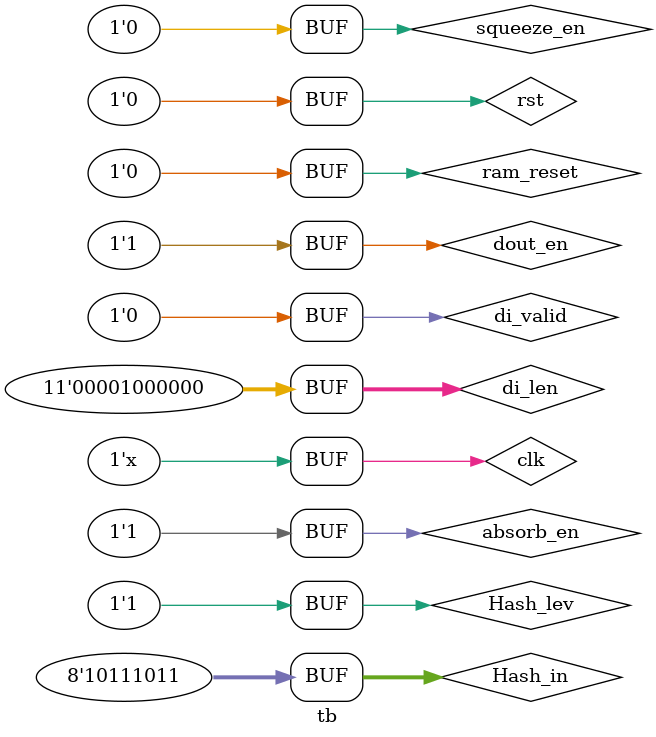
<source format=v>
`timescale 1ns/1ps
module tb();

parameter absorb = 10'd1;//å¸æ¶è½®æ°
parameter squeeze = 10'd200;//æ¤åè½®æ°
parameter din = 11'd256;//ä¸è¶³ä¸?è½®æ°æ®é¿åº?


reg clk;       
reg rst;     
reg en;
/*
wire [4:0] cnt0;
wire [2:0] cnt1;
wire [199:0] ram_out;*/
wire [0:63] Hash_64out;    



reg  [0:7]  mem [0:1023];
reg  [9:0]  addr ;


//clk and reset
initial
begin
clk = 1'd1;
rst = 1'd1;
#20
rst = 1'd0;
end

always #10 clk=~clk;

initial
begin
Hash_lev <= 1'd0;
di_valid <= 1'd0;
Hash_in <= 8'd0;
di_len <= 11'd0; 
ram_reset <= 1'b0;
squeeze_en <= 1'b0;
absorb_en <= 1'b0;
dout_en <= 1'b0 ; 
#40
Hash_lev <= 1'd1;
di_valid <= 1'd1;
Hash_in  <= 8'HAA;
di_len <= 11'd64; 
#20
Hash_in  <= 8'HBB;
#20
Hash_in  <= 8'HCC;
#20
Hash_in  <= 8'HDD;
#20
Hash_in  <= 8'HEE;
#20
Hash_in  <= 8'HFF;
#20
Hash_in  <= 8'HAA;
#20
Hash_in  <= 8'HBB;
#20
di_valid <= 1'b0;
absorb_en <= 1'b1; 
#5000
dout_en <= 1'b1 ; 

/*
#2720
di_valid <= 1'd0;
#4300
di_valid <= 1'd1;
#2720
di_valid <= 1'd0;
#4300
di_len <= 11'd256; 

repeat(din / 8)
begin
    @(posedge clk)
    begin
        #20
        di_valid <= 1'd1;
        Hash_in  <=  mem[addr][0:7];
        addr <= addr + 10'd1;
    end
end

#20
di_valid <= 1'd0;
Hash_in <= 'd0;

#4200
dout_en <= 1'b1;
/*squeeze_en <= 1'b1;
#20
dout_en <= 1'b0;
squeeze_en <= 1'b0;

repeat(squeeze)
begin
#4300
dout_en <= 1'b1;
squeeze_en <= 1'b1;
#20 
dout_en <= 1'b0;
squeeze_en <= 1'b0;
end

ram_reset <= 1'b1;
#20
dout_en <= 1'b0;
ram_reset <= 1'b0;
*/

end









/*
wire [0:7] real_data;

wire [0:199]  theta_in_ ;
wire [0:199]  theta_out_;
wire [0:199]  ci_in_    ;
wire [0:199]  ci_out_   ;
assign real_data = ram_in[199:192];
*/
wire Hash_ready;
wire keccak_ready;



reg [0:7]   Hash_in;
reg         Hash_lev;
reg [10:0]  di_len;
reg         di_valid;
reg         ram_reset;
reg         squeeze_en;
reg         dout_en;
reg         absorb_en;


 


 keccak aa(
  .clk(clk),
  .rst(rst),

  .absorb_en(absorb_en), 
  .di_len(di_len),
  .Hash_in_(Hash_in),
  .Hash_lev(Hash_lev),
  .di_valid(di_valid),  
  .squeeze_en(squeeze_en),
  . ram_reset(ram_reset),
  .dout_en(dout_en),
    
   .Hash_ready(Hash_ready),
   .keccak_ready(keccak_ready), 
 .Hash_64out(Hash_64out)


);





endmodule
</source>
